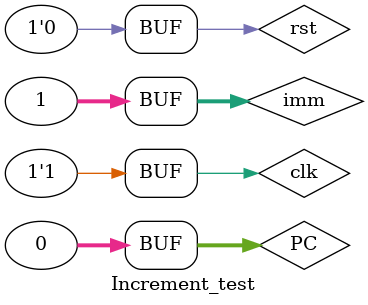
<source format=v>
`timescale 1ns / 1ps


module Increment_test();
reg clk = 1'b1, rst = 1'b0;
reg [31:0] PC = 32'd0, imm = 32'd1;
wire [31:0] addr;
Increment_PC fml(clk, rst, PC, imm, addr);
endmodule

</source>
